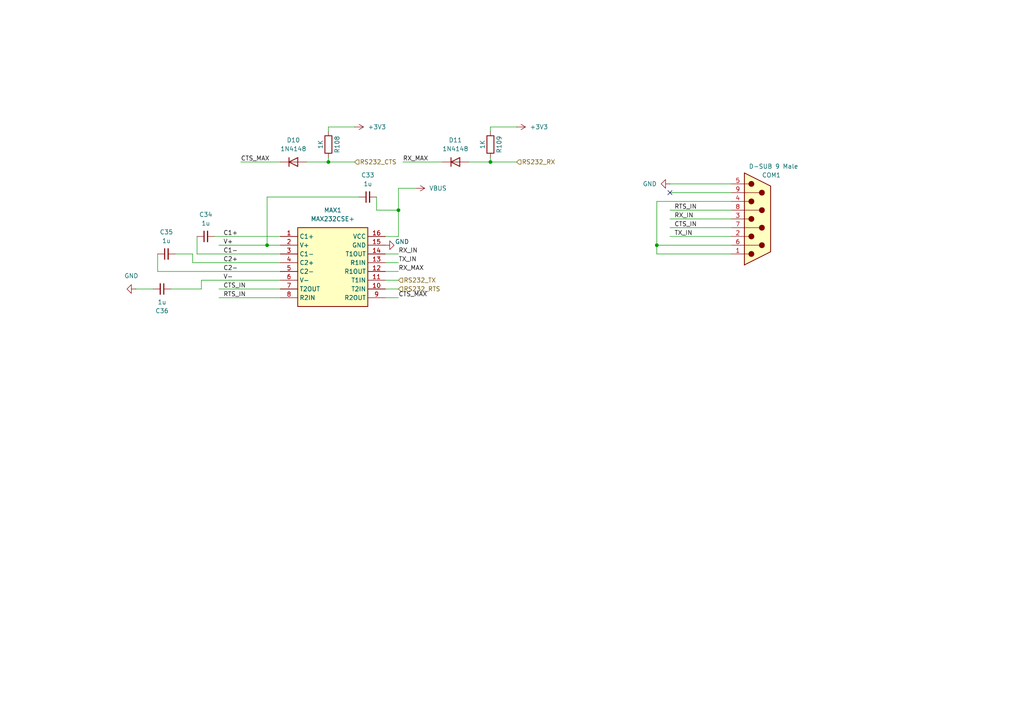
<source format=kicad_sch>
(kicad_sch (version 20231120) (generator "eeschema") (generator_version "8.0")
  (paper "A4")
  (title_block (title "TurboFRANK") (date "2025-02-02") (rev "1.01") (company "Mikhail Matveev") (comment 1 "https://github.com/xtremespb/frank"))
  (lib_symbols
    (symbol "Device:C_Small" (pin_numbers hide) (pin_names (offset 0.254) hide)
      (property "Reference" "C" (at 0.254 1.778 0))
      (property "Value" "C_Small" (at 0.254 -2.032 0))
      (symbol "C_Small_0_1"
        (polyline (pts (xy -1.524 -0.508) (xy 1.524 -0.508)) (stroke (width 0.3302)))
        (polyline (pts (xy -1.524 0.508) (xy 1.524 0.508)) (stroke (width 0.3048)))
      )
      (symbol "C_Small_1_1"
        (pin passive line (at 0 2.54 270) (length 2.032) (name "~") (number "1"))
        (pin passive line (at 0 -2.54 90) (length 2.032) (name "~") (number "2"))
      )
    )
    (symbol "Device:R" (pin_numbers hide) (pin_names (offset 0))
      (property "Reference" "R" (at 2.032 0 90))
      (property "Value" "R" (at 0 0 90))
      (symbol "R_0_1"
        (rectangle (start -1.016 -2.54) (end 1.016 2.54) (stroke (width 0.254)))
      )
      (symbol "R_1_1"
        (pin passive line (at 0 3.81 270) (length 1.27) (name "~") (number "1"))
        (pin passive line (at 0 -3.81 90) (length 1.27) (name "~") (number "2"))
      )
    )
    (symbol "Diode:1N4148" (pin_numbers hide) (pin_names hide)
      (property "Reference" "D" (at 0 2.54 0))
      (property "Value" "1N4148" (at 0 -2.54 0))
      (symbol "1N4148_0_1"
        (polyline (pts (xy -1.27 1.27) (xy -1.27 -1.27)) (stroke (width 0.254)))
        (polyline (pts (xy 1.27 0) (xy -1.27 0)))
        (polyline (pts (xy 1.27 1.27) (xy 1.27 -1.27) (xy -1.27 0) (xy 1.27 1.27)) (stroke (width 0.254)))
      )
      (symbol "1N4148_1_1"
        (pin passive line (at -3.81 0 0) (length 2.54) (name "K") (number "1"))
        (pin passive line (at 3.81 0 180) (length 2.54) (name "A") (number "2"))
      )
    )
    (symbol "FRANK:DB9_Male_Small" (pin_names (offset 1.016) hide)
      (property "Reference" "JOY1" (at 1.27 12.7 0))
      (symbol "DB9_Male_Small_0_1"
        (circle (center -1.778 -10.16) (radius 0.762) (fill (type outline)))
        (circle (center -1.778 -5.08) (radius 0.762) (fill (type outline)))
        (circle (center -1.778 0) (radius 0.762) (fill (type outline)))
        (circle (center -1.778 5.08) (radius 0.762) (fill (type outline)))
        (circle (center -1.778 10.16) (radius 0.762) (fill (type outline)))
        (polyline (pts (xy -3.81 -10.16) (xy -2.54 -10.16)))
        (polyline (pts (xy -3.81 -7.62) (xy 0.508 -7.62)))
        (polyline (pts (xy -3.81 -5.08) (xy -2.54 -5.08)))
        (polyline (pts (xy -3.81 -2.54) (xy 0.508 -2.54)))
        (polyline (pts (xy -3.81 0) (xy -2.54 0)))
        (polyline (pts (xy -3.81 2.54) (xy 0.508 2.54)))
        (polyline (pts (xy -3.81 5.08) (xy -2.54 5.08)))
        (polyline (pts (xy -3.81 7.62) (xy 0.508 7.62)))
        (polyline (pts (xy -3.81 10.16) (xy -2.54 10.16)))
        (polyline (pts (xy -3.81 -13.335) (xy -3.81 13.335) (xy 3.81 9.525) (xy 3.81 -9.525) (xy -3.81 -13.335)) (stroke (width 0.254)) (fill (type background)))
        (circle (center 1.27 -7.62) (radius 0.762) (fill (type outline)))
        (circle (center 1.27 -2.54) (radius 0.762) (fill (type outline)))
        (circle (center 1.27 2.54) (radius 0.762) (fill (type outline)))
        (circle (center 1.27 7.62) (radius 0.762) (fill (type outline)))
      )
      (symbol "DB9_Male_Small_1_1"
        (pin passive line (at -7.62 -10.16 0) (length 3.81) (name "1") (number "1"))
        (pin passive line (at -7.62 -5.08 0) (length 3.81) (name "2") (number "2"))
        (pin passive line (at -7.62 0 0) (length 3.81) (name "3") (number "3"))
        (pin passive line (at -7.62 5.08 0) (length 3.81) (name "4") (number "4"))
        (pin passive line (at -7.62 10.16 0) (length 3.81) (name "5") (number "5"))
        (pin passive line (at -7.62 -7.62 0) (length 3.81) (name "6") (number "6"))
        (pin passive line (at -7.62 -2.54 0) (length 3.81) (name "7") (number "7"))
        (pin passive line (at -7.62 2.54 0) (length 3.81) (name "8") (number "8"))
        (pin passive line (at -7.62 7.62 0) (length 3.81) (name "9") (number "9"))
      )
    )
    (symbol "FRANK:MAX232CSE+"
      (property "Reference" "MAX1" (at 15.24 7.62 0))
      (property "Value" "MAX232CSE+" (at 15.24 5.08 0))
      (symbol "MAX232CSE+_1_1"
        (rectangle (start 5.08 2.54) (end 25.4 -20.32) (stroke (width 0.254)) (fill (type background)))
        (pin passive line (at 0 0 0) (length 5.08) (name "C1+") (number "1"))
        (pin passive line (at 30.48 -15.24 180) (length 5.08) (name "T2IN") (number "10"))
        (pin passive line (at 30.48 -12.7 180) (length 5.08) (name "T1IN") (number "11"))
        (pin passive line (at 30.48 -10.16 180) (length 5.08) (name "R1OUT") (number "12"))
        (pin passive line (at 30.48 -7.62 180) (length 5.08) (name "R1IN") (number "13"))
        (pin passive line (at 30.48 -5.08 180) (length 5.08) (name "T1OUT") (number "14"))
        (pin passive line (at 30.48 -2.54 180) (length 5.08) (name "GND") (number "15"))
        (pin passive line (at 30.48 0 180) (length 5.08) (name "VCC") (number "16"))
        (pin passive line (at 0 -2.54 0) (length 5.08) (name "V+") (number "2"))
        (pin passive line (at 0 -5.08 0) (length 5.08) (name "C1-") (number "3"))
        (pin passive line (at 0 -7.62 0) (length 5.08) (name "C2+") (number "4"))
        (pin passive line (at 0 -10.16 0) (length 5.08) (name "C2-") (number "5"))
        (pin passive line (at 0 -12.7 0) (length 5.08) (name "V-") (number "6"))
        (pin passive line (at 0 -15.24 0) (length 5.08) (name "T2OUT") (number "7"))
        (pin passive line (at 0 -17.78 0) (length 5.08) (name "R2IN") (number "8"))
        (pin passive line (at 30.48 -17.78 180) (length 5.08) (name "R2OUT") (number "9"))
      )
    )
    (symbol "GND_2" (power) (pin_numbers hide) (pin_names (offset 0) hide)
      (property "Value" "GND" (at 0 -3.81 0))
      (symbol "GND_2_0_1"
        (polyline (pts (xy 0 0) (xy 0 -1.27) (xy 1.27 -1.27) (xy 0 -2.54) (xy -1.27 -1.27) (xy 0 -1.27)))
      )
      (symbol "GND_2_1_1"
        (pin power_in line (at 0 0 270) (length 0) (name "~") (number "1"))
      )
    )
    (symbol "GND_3" (power) (pin_numbers hide) (pin_names (offset 0) hide)
      (property "Value" "GND" (at 0 -3.81 0))
      (symbol "GND_3_0_1"
        (polyline (pts (xy 0 0) (xy 0 -1.27) (xy 1.27 -1.27) (xy 0 -2.54) (xy -1.27 -1.27) (xy 0 -1.27)))
      )
      (symbol "GND_3_1_1"
        (pin power_in line (at 0 0 270) (length 0) (name "~") (number "1"))
      )
    )
    (symbol "GND_7" (power) (pin_numbers hide) (pin_names (offset 0) hide)
      (property "Value" "GND" (at 0 -3.81 0))
      (symbol "GND_7_0_1"
        (polyline (pts (xy 0 0) (xy 0 -1.27) (xy 1.27 -1.27) (xy 0 -2.54) (xy -1.27 -1.27) (xy 0 -1.27)))
      )
      (symbol "GND_7_1_1"
        (pin power_in line (at 0 0 270) (length 0) (name "~") (number "1"))
      )
    )
    (symbol "power:+3V3" (power) (pin_numbers hide) (pin_names (offset 0) hide)
      (property "Value" "+3V3" (at 0 3.556 0))
      (symbol "+3V3_0_1"
        (polyline (pts (xy -0.762 1.27) (xy 0 2.54)))
        (polyline (pts (xy 0 0) (xy 0 2.54)))
        (polyline (pts (xy 0 2.54) (xy 0.762 1.27)))
      )
      (symbol "+3V3_1_1"
        (pin power_in line (at 0 0 90) (length 0) (name "~") (number "1"))
      )
    )
    (symbol "power:VBUS" (power) (pin_numbers hide) (pin_names (offset 0) hide)
      (property "Value" "VBUS" (at 0 3.556 0))
      (symbol "VBUS_0_1"
        (polyline (pts (xy -0.762 1.27) (xy 0 2.54)))
        (polyline (pts (xy 0 0) (xy 0 2.54)))
        (polyline (pts (xy 0 2.54) (xy 0.762 1.27)))
      )
      (symbol "VBUS_1_1"
        (pin power_in line (at 0 0 90) (length 0) (name "~") (number "1"))
      )
    )
  )
  (junction (at 95.25 46.99))
  (junction (at 142.24 46.99))
  (junction (at 190.5 71.12))
  (junction (at 115.57 60.96))
  (junction (at 77.47 71.12))
  (no_connect (at 194.31 55.88))
  (wire (pts (xy 111.76 83.82) (xy 115.57 83.82)))
  (wire (pts (xy 111.76 78.74) (xy 115.57 78.74)))
  (wire (pts (xy 58.42 83.82) (xy 58.42 81.28)))
  (wire (pts (xy 190.5 73.66) (xy 190.5 71.12)))
  (wire (pts (xy 44.45 83.82) (xy 39.37 83.82)))
  (wire (pts (xy 58.42 81.28) (xy 81.28 81.28)))
  (wire (pts (xy 142.24 36.83) (xy 142.24 38.1)))
  (wire (pts (xy 109.22 60.96) (xy 109.22 57.15)))
  (wire (pts (xy 45.72 78.74) (xy 81.28 78.74)))
  (wire (pts (xy 49.53 83.82) (xy 58.42 83.82)))
  (wire (pts (xy 62.23 68.58) (xy 81.28 68.58)))
  (wire (pts (xy 190.5 71.12) (xy 190.5 58.42)))
  (wire (pts (xy 190.5 58.42) (xy 212.09 58.42)))
  (wire (pts (xy 95.25 45.72) (xy 95.25 46.99)))
  (wire (pts (xy 116.84 46.99) (xy 128.27 46.99)))
  (wire (pts (xy 135.89 46.99) (xy 142.24 46.99)))
  (wire (pts (xy 111.76 68.58) (xy 115.57 68.58)))
  (wire (pts (xy 63.5 86.36) (xy 81.28 86.36)))
  (wire (pts (xy 190.5 71.12) (xy 212.09 71.12)))
  (wire (pts (xy 50.8 73.66) (xy 55.88 73.66)))
  (wire (pts (xy 115.57 54.61) (xy 120.65 54.61)))
  (wire (pts (xy 95.25 46.99) (xy 102.87 46.99)))
  (wire (pts (xy 77.47 57.15) (xy 77.47 71.12)))
  (wire (pts (xy 57.15 68.58) (xy 57.15 73.66)))
  (wire (pts (xy 57.15 73.66) (xy 81.28 73.66)))
  (wire (pts (xy 194.31 66.04) (xy 212.09 66.04)))
  (wire (pts (xy 194.31 60.96) (xy 212.09 60.96)))
  (wire (pts (xy 55.88 73.66) (xy 55.88 76.2)))
  (wire (pts (xy 111.76 86.36) (xy 115.57 86.36)))
  (wire (pts (xy 55.88 76.2) (xy 81.28 76.2)))
  (wire (pts (xy 102.87 36.83) (xy 95.25 36.83)))
  (wire (pts (xy 194.31 53.34) (xy 212.09 53.34)))
  (wire (pts (xy 149.86 36.83) (xy 142.24 36.83)))
  (wire (pts (xy 45.72 73.66) (xy 45.72 78.74)))
  (wire (pts (xy 63.5 83.82) (xy 81.28 83.82)))
  (wire (pts (xy 63.5 71.12) (xy 77.47 71.12)))
  (wire (pts (xy 95.25 36.83) (xy 95.25 38.1)))
  (wire (pts (xy 77.47 71.12) (xy 81.28 71.12)))
  (wire (pts (xy 104.14 57.15) (xy 77.47 57.15)))
  (wire (pts (xy 88.9 46.99) (xy 95.25 46.99)))
  (wire (pts (xy 142.24 45.72) (xy 142.24 46.99)))
  (wire (pts (xy 194.31 55.88) (xy 212.09 55.88)))
  (wire (pts (xy 142.24 46.99) (xy 149.86 46.99)))
  (wire (pts (xy 111.76 73.66) (xy 115.57 73.66)))
  (wire (pts (xy 111.76 76.2) (xy 115.57 76.2)))
  (wire (pts (xy 190.5 73.66) (xy 212.09 73.66)))
  (wire (pts (xy 115.57 60.96) (xy 115.57 54.61)))
  (wire (pts (xy 115.57 60.96) (xy 115.57 68.58)))
  (wire (pts (xy 111.76 81.28) (xy 115.57 81.28)))
  (wire (pts (xy 194.31 68.58) (xy 212.09 68.58)))
  (wire (pts (xy 69.85 46.99) (xy 81.28 46.99)))
  (wire (pts (xy 194.31 63.5) (xy 212.09 63.5)))
  (wire (pts (xy 109.22 60.96) (xy 115.57 60.96)))
  (label "CTS_MAX" (at 115.57 86.36 0))
  (label "RX_IN" (at 115.57 73.66 0))
  (label "CTS_IN" (at 64.77 83.82 0))
  (label "CTS_MAX" (at 69.85 46.99 0))
  (label "RX_MAX" (at 116.84 46.99 0))
  (label "TX_IN" (at 195.58 68.58 0))
  (label "C1-" (at 64.77 73.66 0))
  (label "V-" (at 64.77 81.28 0))
  (label "RTS_IN" (at 195.58 60.96 0))
  (label "C2-" (at 64.77 78.74 0))
  (label "RX_MAX" (at 115.57 78.74 0))
  (label "C1+" (at 64.77 68.58 0))
  (label "RTS_IN" (at 64.77 86.36 0))
  (label "C2+" (at 64.77 76.2 0))
  (label "CTS_IN" (at 195.58 66.04 0))
  (label "TX_IN" (at 115.57 76.2 0))
  (label "RX_IN" (at 195.58 63.5 0))
  (label "V+" (at 64.77 71.12 0))
  (hierarchical_label "RS232_RX" (shape input) (at 149.86 46.99 0))
  (hierarchical_label "RS232_CTS" (shape input) (at 102.87 46.99 0))
  (hierarchical_label "RS232_RTS" (shape input) (at 115.57 83.82 0))
  (hierarchical_label "RS232_TX" (shape input) (at 115.57 81.28 0))
  (symbol (lib_id "Device:C_Small") (at 59.69 68.58 90) (unit 1)
    (property "Reference" "C34" (at 59.6963 62.23 90))
    (property "Value" "1u" (at 59.6963 64.77 90))
    (property "Footprint" "FRANK:Capacitor (0805)" (effects (hide yes)))
    (property "Datasheet" "https://eu.mouser.com/datasheet/2/447/KEM_C1075_X7R_HT_SMD-3316221.pdf" (effects (hide yes)))
    (property "Description" "Unpolarized capacitor, small symbol" (effects (hide yes)))
    (property "AliExpress" "https://www.aliexpress.com/item/33008008276.html" (effects (hide yes)))
  )
  (symbol (lib_id "power:+3V3") (at 102.87 36.83 270) (unit 1)
    (property "Reference" "#PWR0108" (effects (hide yes)))
    (property "Value" "+3V3" (at 106.68 36.8299 90) (effects (justify left)))
    (property "Description" "Power symbol creates a global label with name \"+3V3\"" (effects (hide yes)))
  )
  (symbol (lib_id "power:VBUS") (at 120.65 54.61 270) (unit 1)
    (property "Reference" "#PWR0111" (effects (hide yes)))
    (property "Value" "VBUS" (at 124.46 54.6099 90) (effects (justify left)))
    (property "Description" "Power symbol creates a global label with name \"VBUS\"" (effects (hide yes)))
  )
  (symbol (lib_id "Device:C_Small") (at 48.26 73.66 90) (unit 1)
    (property "Reference" "C35" (at 48.2663 67.31 90))
    (property "Value" "1u" (at 48.2663 69.85 90))
    (property "Footprint" "FRANK:Capacitor (0805)" (effects (hide yes)))
    (property "Datasheet" "https://eu.mouser.com/datasheet/2/447/KEM_C1075_X7R_HT_SMD-3316221.pdf" (effects (hide yes)))
    (property "Description" "Unpolarized capacitor, small symbol" (effects (hide yes)))
    (property "AliExpress" "https://www.aliexpress.com/item/33008008276.html" (effects (hide yes)))
  )
  (symbol (lib_id "Device:C_Small") (at 106.68 57.15 90) (unit 1)
    (property "Reference" "C33" (at 106.6863 50.8 90))
    (property "Value" "1u" (at 106.6863 53.34 90))
    (property "Footprint" "FRANK:Capacitor (0805)" (effects (hide yes)))
    (property "Datasheet" "https://eu.mouser.com/datasheet/2/447/KEM_C1075_X7R_HT_SMD-3316221.pdf" (effects (hide yes)))
    (property "Description" "Unpolarized capacitor, small symbol" (effects (hide yes)))
    (property "AliExpress" "https://www.aliexpress.com/item/33008008276.html" (effects (hide yes)))
  )
  (symbol (lib_id "power:+3V3") (at 149.86 36.83 270) (unit 1)
    (property "Reference" "#PWR0109" (effects (hide yes)))
    (property "Value" "+3V3" (at 153.67 36.8299 90) (effects (justify left)))
    (property "Description" "Power symbol creates a global label with name \"+3V3\"" (effects (hide yes)))
  )
  (symbol (lib_id "Device:R") (at 142.24 41.91 180) (unit 1)
    (property "Reference" "R109" (at 144.78 41.91 90))
    (property "Value" "1K" (at 139.954 41.91 90))
    (property "Footprint" "FRANK:Resistor (0805)" (effects (hide yes)))
    (property "Datasheet" "https://www.vishay.com/docs/28952/mcs0402at-mct0603at-mcu0805at-mca1206at.pdf" (effects (hide yes)))
    (property "AliExpress" "https://www.aliexpress.com/item/1005005945735199.html" (effects (hide yes)))
  )
  (symbol (lib_id "Device:C_Small") (at 46.99 83.82 270) (unit 1)
    (property "Reference" "C36" (at 46.99 90.17 90))
    (property "Value" "1u" (at 46.99 87.63 90))
    (property "Footprint" "FRANK:Capacitor (0805)" (effects (hide yes)))
    (property "Datasheet" "https://eu.mouser.com/datasheet/2/447/KEM_C1075_X7R_HT_SMD-3316221.pdf" (effects (hide yes)))
    (property "Description" "Unpolarized capacitor, small symbol" (effects (hide yes)))
    (property "AliExpress" "https://www.aliexpress.com/item/33008008276.html" (effects (hide yes)))
  )
  (symbol (lib_name "GND_3") (lib_id "power:GND") (at 194.31 53.34 270) (unit 1)
    (property "Reference" "#PWR0110" (effects (hide yes)))
    (property "Value" "GND" (at 190.5 53.3399 90) (effects (justify right)))
    (property "Description" "Power symbol creates a global label with name \"GND\" , ground" (effects (hide yes)))
  )
  (symbol (lib_id "Diode:1N4148") (at 132.08 46.99 0) (unit 1)
    (property "Reference" "D11" (at 132.08 40.64 0))
    (property "Value" "1N4148" (at 132.08 43.18 0))
    (property "Footprint" "FRANK:Diode (SOD-323)" (effects (hide yes)))
    (property "Datasheet" "https://www.vishay.com/docs/85748/1n4148w.pdf" (effects (hide yes)))
    (property "Description" "100V 0.15A standard switching diode, DO-35" (effects (hide yes)))
    (property "Sim.Device" "D" (effects (hide yes)))
    (property "Sim.Pins" "1=K 2=A" (effects (hide yes)))
    (property "AliExpress" "https://www.aliexpress.com/item/1005005707644429.html" (effects (hide yes)))
  )
  (symbol (lib_id "FRANK:MAX232CSE+") (at 81.28 68.58 0) (unit 1)
    (property "Reference" "MAX1" (at 96.52 60.96 0))
    (property "Value" "MAX232CSE+" (at 96.52 63.5 0))
    (property "Footprint" "FRANK:SOIC127P600X175-16N" (effects (hide yes)))
    (property "Datasheet" "http://datasheets.maximintegrated.com/en/ds/MAX220-MAX249.pdf" (effects (hide yes)))
    (property "Description" "MAX232CSE+, Line Transceiver, EIA/TIA-232-E, RS-232, V.24, V.28 2-TX 2-RX 2-TRX, 5V, 16-Pin SOIC" (effects (hide yes)))
    (property "Height" "1.75" (effects (hide yes)))
    (property "Mouser Part Number" "700-MAX232CSE" (effects (hide yes)))
    (property "Mouser Price/Stock" "https://www.mouser.co.uk/ProductDetail/Analog-Devices-Maxim-Integrated/MAX232CSE%2b?qs=1THa7WoU59E0tHinO%252BHrBQ%3D%3D" (effects (hide yes)))
    (property "Manufacturer_Name" "Analog Devices" (effects (hide yes)))
    (property "Manufacturer_Part_Number" "MAX232CSE+" (effects (hide yes)))
    (property "AliExpress" "https://www.aliexpress.com/item/1005006286473801.html" (effects (hide yes)))
  )
  (symbol (lib_name "GND_7") (lib_id "power:GND") (at 39.37 83.82 270) (unit 1)
    (property "Reference" "#PWR0113" (effects (hide yes)))
    (property "Value" "GND" (at 38.1 80.01 90))
    (property "Description" "Power symbol creates a global label with name \"GND\" , ground" (effects (hide yes)))
  )
  (symbol (lib_id "Device:R") (at 95.25 41.91 180) (unit 1)
    (property "Reference" "R108" (at 97.79 41.91 90))
    (property "Value" "1K" (at 92.964 41.91 90))
    (property "Footprint" "FRANK:Resistor (0805)" (effects (hide yes)))
    (property "Datasheet" "https://www.vishay.com/docs/28952/mcs0402at-mct0603at-mcu0805at-mca1206at.pdf" (effects (hide yes)))
    (property "AliExpress" "https://www.aliexpress.com/item/1005005945735199.html" (effects (hide yes)))
  )
  (symbol (lib_name "GND_2") (lib_id "power:GND") (at 111.76 71.12 90) (unit 1)
    (property "Reference" "#PWR0112" (effects (hide yes)))
    (property "Value" "GND" (at 114.554 70.104 90) (effects (justify right)))
    (property "Description" "Power symbol creates a global label with name \"GND\" , ground" (effects (hide yes)))
  )
  (symbol (lib_id "Diode:1N4148") (at 85.09 46.99 0) (unit 1)
    (property "Reference" "D10" (at 85.09 40.64 0))
    (property "Value" "1N4148" (at 85.09 43.18 0))
    (property "Footprint" "FRANK:Diode (SOD-323)" (effects (hide yes)))
    (property "Datasheet" "https://www.vishay.com/docs/85748/1n4148w.pdf" (effects (hide yes)))
    (property "Description" "100V 0.15A standard switching diode, DO-35" (effects (hide yes)))
    (property "Sim.Device" "D" (effects (hide yes)))
    (property "Sim.Pins" "1=K 2=A" (effects (hide yes)))
    (property "AliExpress" "https://www.aliexpress.com/item/1005005707644429.html" (effects (hide yes)))
  )
  (symbol (lib_id "FRANK:DB9_Male_Small") (at 219.71 63.5 0) (unit 1)
    (property "Reference" "COM1" (at 220.98 50.8 0) (effects (justify left)))
    (property "Value" "D-SUB 9 Male" (at 217.17 48.26 0) (effects (justify left)))
    (property "Footprint" "FRANK:D-SUB (9 pin, male, top mount)" (effects (hide yes)))
    (property "Datasheet" "https://eu.mouser.com/datasheet/2/578/original-3313093.pdf" (effects (hide yes)))
    (property "AliExpress" "https://www.aliexpress.com/item/4001214300548.html" (effects (hide yes)))
  )
)
</source>
